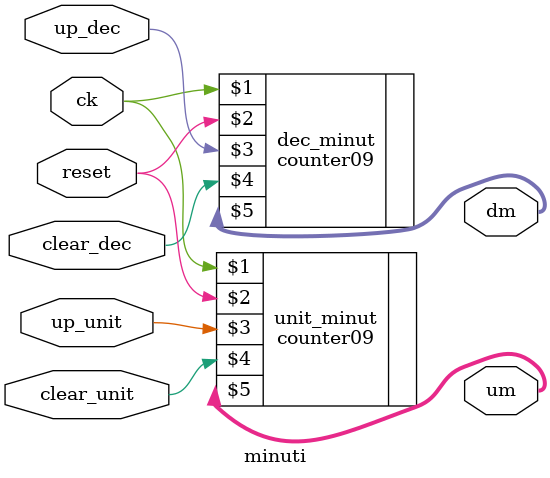
<source format=v>
`timescale 1ns / 1ps


module minuti(       input ck,
                     input reset,
                     input up_unit,
                     input up_dec,
                     input clear_unit,
                    
                     input clear_dec,
                     output [3:0] um, //unit minut on 4 bit 
                     output [3:0] dm); // dec minut on 4 bit
                     counter09 unit_minut(ck,reset,up_unit,clear_unit,um);
                     counter09 dec_minut(ck,reset,up_dec,clear_dec,dm);
                     
                     
endmodule




</source>
